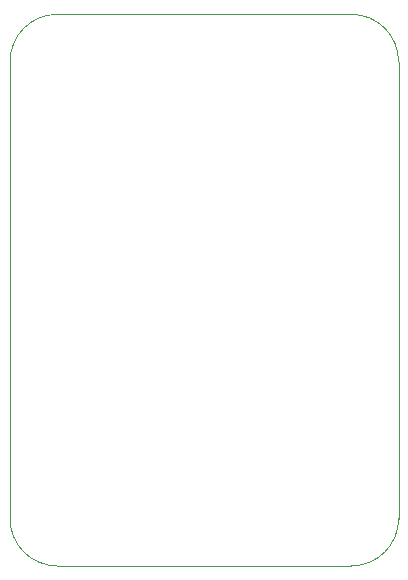
<source format=gm1>
G04 #@! TF.GenerationSoftware,KiCad,Pcbnew,9.0.0*
G04 #@! TF.CreationDate,2025-04-04T13:21:22-07:00*
G04 #@! TF.ProjectId,SDM25_IMU_STM32,53444d32-355f-4494-9d55-5f53544d3332,rev?*
G04 #@! TF.SameCoordinates,Original*
G04 #@! TF.FileFunction,Profile,NP*
%FSLAX46Y46*%
G04 Gerber Fmt 4.6, Leading zero omitted, Abs format (unit mm)*
G04 Created by KiCad (PCBNEW 9.0.0) date 2025-04-04 13:21:22*
%MOMM*%
%LPD*%
G01*
G04 APERTURE LIST*
G04 #@! TA.AperFunction,Profile*
%ADD10C,0.050000*%
G04 #@! TD*
G04 APERTURE END LIST*
D10*
X111900000Y-81000000D02*
G75*
G02*
X115900000Y-85000000I0J-4000000D01*
G01*
X87000000Y-127700000D02*
G75*
G02*
X83000000Y-123700000I0J4000000D01*
G01*
X83000000Y-123700000D02*
X83000000Y-85000000D01*
X83000000Y-85000000D02*
G75*
G02*
X87000000Y-81000000I4000000J0D01*
G01*
X115900000Y-85000000D02*
X115900000Y-123700000D01*
X115900000Y-123700000D02*
G75*
G02*
X111900000Y-127700000I-4000000J0D01*
G01*
X87000000Y-81000000D02*
X111900000Y-81000000D01*
X111900000Y-127700000D02*
X87000000Y-127700000D01*
M02*

</source>
